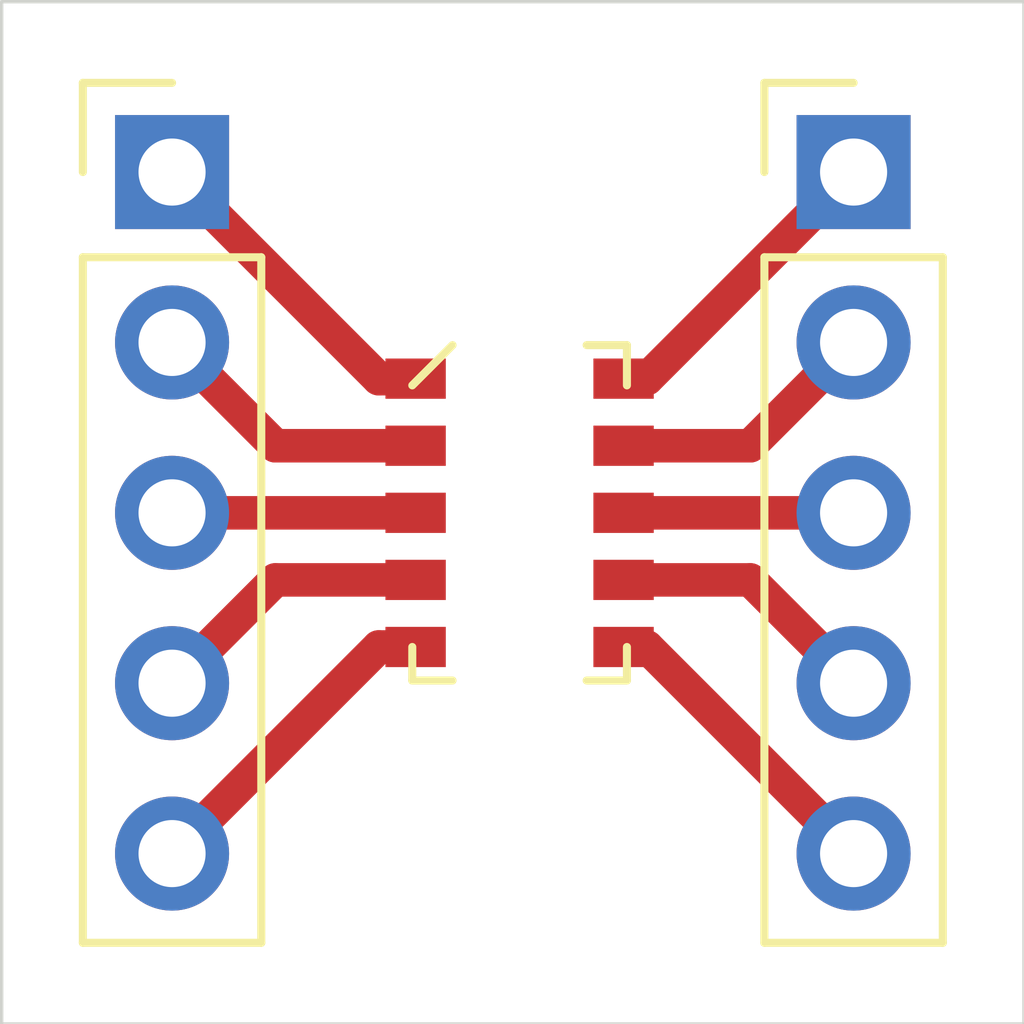
<source format=kicad_pcb>
(kicad_pcb (version 20171130) (host pcbnew "(5.1.9)-1")

  (general
    (thickness 1.6)
    (drawings 4)
    (tracks 18)
    (zones 0)
    (modules 3)
    (nets 1)
  )

  (page A4)
  (layers
    (0 F.Cu signal)
    (31 B.Cu signal)
    (32 B.Adhes user)
    (33 F.Adhes user)
    (34 B.Paste user)
    (35 F.Paste user)
    (36 B.SilkS user)
    (37 F.SilkS user)
    (38 B.Mask user)
    (39 F.Mask user)
    (40 Dwgs.User user)
    (41 Cmts.User user hide)
    (42 Eco1.User user)
    (43 Eco2.User user)
    (44 Edge.Cuts user)
    (45 Margin user)
    (46 B.CrtYd user)
    (47 F.CrtYd user)
    (48 B.Fab user)
    (49 F.Fab user hide)
  )

  (setup
    (last_trace_width 0.5)
    (user_trace_width 0.5)
    (user_trace_width 1)
    (trace_clearance 0.2)
    (zone_clearance 0.508)
    (zone_45_only no)
    (trace_min 0.2)
    (via_size 0.8)
    (via_drill 0.4)
    (via_min_size 0.4)
    (via_min_drill 0.3)
    (uvia_size 0.3)
    (uvia_drill 0.1)
    (uvias_allowed no)
    (uvia_min_size 0.2)
    (uvia_min_drill 0.1)
    (edge_width 0.05)
    (segment_width 0.2)
    (pcb_text_width 0.3)
    (pcb_text_size 1.5 1.5)
    (mod_edge_width 0.12)
    (mod_text_size 1 1)
    (mod_text_width 0.15)
    (pad_size 1.524 1.524)
    (pad_drill 0.762)
    (pad_to_mask_clearance 0)
    (aux_axis_origin 0 0)
    (visible_elements FFFFFF7F)
    (pcbplotparams
      (layerselection 0x010fc_ffffffff)
      (usegerberextensions false)
      (usegerberattributes true)
      (usegerberadvancedattributes true)
      (creategerberjobfile true)
      (excludeedgelayer true)
      (linewidth 0.100000)
      (plotframeref false)
      (viasonmask false)
      (mode 1)
      (useauxorigin false)
      (hpglpennumber 1)
      (hpglpenspeed 20)
      (hpglpendiameter 15.000000)
      (psnegative false)
      (psa4output false)
      (plotreference true)
      (plotvalue true)
      (plotinvisibletext false)
      (padsonsilk false)
      (subtractmaskfromsilk false)
      (outputformat 1)
      (mirror false)
      (drillshape 0)
      (scaleselection 1)
      (outputdirectory "plots"))
  )

  (net 0 "")

  (net_class Default "This is the default net class."
    (clearance 0.2)
    (trace_width 0.25)
    (via_dia 0.8)
    (via_drill 0.4)
    (uvia_dia 0.3)
    (uvia_drill 0.1)
  )

  (module prints:RTC_SMD_MicroCrystal_C2_3.2x5.0mm (layer F.Cu) (tedit 6135C802) (tstamp 61364888)
    (at 116.941 93.98)
    (descr "MicroCrystal C2 3.2x5.0mm, https://www.microcrystal.com/fileadmin/Media/Products/RTC/Datasheet/RV-8564-C2.pdf")
    (tags "RTC C3")
    (attr smd)
    (fp_text reference REF** (at 0 -3.25) (layer Cmts.User)
      (effects (font (size 1 1) (thickness 0.15)))
    )
    (fp_text value RTC_SMD_MicroCrystal_C2_3.2x5.0mm (at 0 3.75) (layer F.Fab)
      (effects (font (size 1 1) (thickness 0.15)))
    )
    (fp_text user %R (at 0 0) (layer F.Fab)
      (effects (font (size 0.5 0.5) (thickness 0.08)))
    )
    (fp_line (start -1.6 -1.9) (end -1 -2.5) (layer F.Fab) (width 0.1))
    (fp_line (start -1.6 2.5) (end 1.6 2.5) (layer F.Fab) (width 0.1))
    (fp_line (start -1.6 -1.9) (end -1.6 2.5) (layer F.Fab) (width 0.1))
    (fp_line (start 1.6 -2.5) (end 1.6 2.5) (layer F.Fab) (width 0.1))
    (fp_line (start -1 -2.5) (end 1.6 -2.5) (layer F.Fab) (width 0.1))
    (fp_line (start 1.6 -1.9) (end 1.6 -2.5) (layer F.SilkS) (width 0.12))
    (fp_line (start 1.6 -2.5) (end 1 -2.5) (layer F.SilkS) (width 0.12))
    (fp_line (start -1 -2.5) (end -1.6 -1.9) (layer F.SilkS) (width 0.12))
    (fp_line (start -1 2.5) (end -1.6 2.5) (layer F.SilkS) (width 0.12))
    (fp_line (start -1.6 2.5) (end -1.6 2) (layer F.SilkS) (width 0.12))
    (fp_line (start 1.6 2.5) (end 1 2.5) (layer F.SilkS) (width 0.12))
    (fp_line (start 1.6 2.5) (end 1.6 2) (layer F.SilkS) (width 0.12))
    (pad 10 smd rect (at 1.55 -2) (size 0.9 0.6) (layers F.Cu F.Paste F.Mask))
    (pad 9 smd rect (at 1.55 -1) (size 0.9 0.6) (layers F.Cu F.Paste F.Mask))
    (pad 8 smd rect (at 1.55 0) (size 0.9 0.6) (layers F.Cu F.Paste F.Mask))
    (pad 7 smd rect (at 1.55 1) (size 0.9 0.6) (layers F.Cu F.Paste F.Mask))
    (pad 6 smd rect (at 1.55 2) (size 0.9 0.6) (layers F.Cu F.Paste F.Mask))
    (pad 5 smd rect (at -1.55 2) (size 0.9 0.6) (layers F.Cu F.Paste F.Mask))
    (pad 4 smd rect (at -1.55 1) (size 0.9 0.6) (layers F.Cu F.Paste F.Mask))
    (pad 3 smd rect (at -1.55 0) (size 0.9 0.6) (layers F.Cu F.Paste F.Mask))
    (pad 2 smd rect (at -1.55 -1) (size 0.9 0.6) (layers F.Cu F.Paste F.Mask))
    (pad 1 smd rect (at -1.55 -2) (size 0.9 0.6) (layers F.Cu F.Paste F.Mask))
    (model ${KISYS3DMOD}/Package_SON.3dshapes/RTC_SMD_MicroCrystal_C3_2.5x3.7mm.wrl
      (at (xyz 0 0 0))
      (scale (xyz 1 1 1))
      (rotate (xyz 0 0 0))
    )
  )

  (module Connector_PinHeader_2.54mm:PinHeader_1x05_P2.54mm_Vertical (layer F.Cu) (tedit 59FED5CC) (tstamp 613646D8)
    (at 121.92 88.9)
    (descr "Through hole straight pin header, 1x05, 2.54mm pitch, single row")
    (tags "Through hole pin header THT 1x05 2.54mm single row")
    (fp_text reference REF** (at 0 -2.33) (layer Cmts.User)
      (effects (font (size 1 1) (thickness 0.15)))
    )
    (fp_text value PinHeader_1x05_P2.54mm_Vertical (at 0 12.49) (layer F.Fab)
      (effects (font (size 1 1) (thickness 0.15)))
    )
    (fp_line (start -0.635 -1.27) (end 1.27 -1.27) (layer F.Fab) (width 0.1))
    (fp_line (start 1.27 -1.27) (end 1.27 11.43) (layer F.Fab) (width 0.1))
    (fp_line (start 1.27 11.43) (end -1.27 11.43) (layer F.Fab) (width 0.1))
    (fp_line (start -1.27 11.43) (end -1.27 -0.635) (layer F.Fab) (width 0.1))
    (fp_line (start -1.27 -0.635) (end -0.635 -1.27) (layer F.Fab) (width 0.1))
    (fp_line (start -1.33 11.49) (end 1.33 11.49) (layer F.SilkS) (width 0.12))
    (fp_line (start -1.33 1.27) (end -1.33 11.49) (layer F.SilkS) (width 0.12))
    (fp_line (start 1.33 1.27) (end 1.33 11.49) (layer F.SilkS) (width 0.12))
    (fp_line (start -1.33 1.27) (end 1.33 1.27) (layer F.SilkS) (width 0.12))
    (fp_line (start -1.33 0) (end -1.33 -1.33) (layer F.SilkS) (width 0.12))
    (fp_line (start -1.33 -1.33) (end 0 -1.33) (layer F.SilkS) (width 0.12))
    (fp_line (start -1.8 -1.8) (end -1.8 11.95) (layer F.CrtYd) (width 0.05))
    (fp_line (start -1.8 11.95) (end 1.8 11.95) (layer F.CrtYd) (width 0.05))
    (fp_line (start 1.8 11.95) (end 1.8 -1.8) (layer F.CrtYd) (width 0.05))
    (fp_line (start 1.8 -1.8) (end -1.8 -1.8) (layer F.CrtYd) (width 0.05))
    (fp_text user %R (at 0 5.08 90) (layer F.Fab)
      (effects (font (size 1 1) (thickness 0.15)))
    )
    (pad 1 thru_hole rect (at 0 0) (size 1.7 1.7) (drill 1) (layers *.Cu *.Mask))
    (pad 2 thru_hole oval (at 0 2.54) (size 1.7 1.7) (drill 1) (layers *.Cu *.Mask))
    (pad 3 thru_hole oval (at 0 5.08) (size 1.7 1.7) (drill 1) (layers *.Cu *.Mask))
    (pad 4 thru_hole oval (at 0 7.62) (size 1.7 1.7) (drill 1) (layers *.Cu *.Mask))
    (pad 5 thru_hole oval (at 0 10.16) (size 1.7 1.7) (drill 1) (layers *.Cu *.Mask))
    (model ${KISYS3DMOD}/Connector_PinHeader_2.54mm.3dshapes/PinHeader_1x05_P2.54mm_Vertical.wrl
      (at (xyz 0 0 0))
      (scale (xyz 1 1 1))
      (rotate (xyz 0 0 0))
    )
  )

  (module Connector_PinHeader_2.54mm:PinHeader_1x05_P2.54mm_Vertical (layer F.Cu) (tedit 59FED5CC) (tstamp 6136468C)
    (at 111.76 88.9)
    (descr "Through hole straight pin header, 1x05, 2.54mm pitch, single row")
    (tags "Through hole pin header THT 1x05 2.54mm single row")
    (fp_text reference REF** (at 0 -2.33) (layer Cmts.User)
      (effects (font (size 1 1) (thickness 0.15)))
    )
    (fp_text value PinHeader_1x05_P2.54mm_Vertical (at 0 12.49) (layer F.Fab)
      (effects (font (size 1 1) (thickness 0.15)))
    )
    (fp_text user %R (at 0 5.08 90) (layer F.Fab)
      (effects (font (size 1 1) (thickness 0.15)))
    )
    (fp_line (start -0.635 -1.27) (end 1.27 -1.27) (layer F.Fab) (width 0.1))
    (fp_line (start 1.27 -1.27) (end 1.27 11.43) (layer F.Fab) (width 0.1))
    (fp_line (start 1.27 11.43) (end -1.27 11.43) (layer F.Fab) (width 0.1))
    (fp_line (start -1.27 11.43) (end -1.27 -0.635) (layer F.Fab) (width 0.1))
    (fp_line (start -1.27 -0.635) (end -0.635 -1.27) (layer F.Fab) (width 0.1))
    (fp_line (start -1.33 11.49) (end 1.33 11.49) (layer F.SilkS) (width 0.12))
    (fp_line (start -1.33 1.27) (end -1.33 11.49) (layer F.SilkS) (width 0.12))
    (fp_line (start 1.33 1.27) (end 1.33 11.49) (layer F.SilkS) (width 0.12))
    (fp_line (start -1.33 1.27) (end 1.33 1.27) (layer F.SilkS) (width 0.12))
    (fp_line (start -1.33 0) (end -1.33 -1.33) (layer F.SilkS) (width 0.12))
    (fp_line (start -1.33 -1.33) (end 0 -1.33) (layer F.SilkS) (width 0.12))
    (fp_line (start -1.8 -1.8) (end -1.8 11.95) (layer F.CrtYd) (width 0.05))
    (fp_line (start -1.8 11.95) (end 1.8 11.95) (layer F.CrtYd) (width 0.05))
    (fp_line (start 1.8 11.95) (end 1.8 -1.8) (layer F.CrtYd) (width 0.05))
    (fp_line (start 1.8 -1.8) (end -1.8 -1.8) (layer F.CrtYd) (width 0.05))
    (pad 5 thru_hole oval (at 0 10.16) (size 1.7 1.7) (drill 1) (layers *.Cu *.Mask))
    (pad 4 thru_hole oval (at 0 7.62) (size 1.7 1.7) (drill 1) (layers *.Cu *.Mask))
    (pad 3 thru_hole oval (at 0 5.08) (size 1.7 1.7) (drill 1) (layers *.Cu *.Mask))
    (pad 2 thru_hole oval (at 0 2.54) (size 1.7 1.7) (drill 1) (layers *.Cu *.Mask))
    (pad 1 thru_hole rect (at 0 0) (size 1.7 1.7) (drill 1) (layers *.Cu *.Mask))
    (model ${KISYS3DMOD}/Connector_PinHeader_2.54mm.3dshapes/PinHeader_1x05_P2.54mm_Vertical.wrl
      (at (xyz 0 0 0))
      (scale (xyz 1 1 1))
      (rotate (xyz 0 0 0))
    )
  )

  (gr_line (start 124.46 86.36) (end 109.22 86.36) (layer Edge.Cuts) (width 0.05) (tstamp 613648F3))
  (gr_line (start 124.46 101.6) (end 124.46 86.36) (layer Edge.Cuts) (width 0.05))
  (gr_line (start 109.22 101.6) (end 124.46 101.6) (layer Edge.Cuts) (width 0.05))
  (gr_line (start 109.22 86.36) (end 109.22 101.6) (layer Edge.Cuts) (width 0.05))

  (segment (start 118.491 93.98) (end 121.92 93.98) (width 0.5) (layer F.Cu) (net 0))
  (segment (start 120.38 92.98) (end 121.92 91.44) (width 0.5) (layer F.Cu) (net 0))
  (segment (start 118.491 92.98) (end 120.38 92.98) (width 0.5) (layer F.Cu) (net 0))
  (segment (start 118.84 91.98) (end 121.92 88.9) (width 0.5) (layer F.Cu) (net 0))
  (segment (start 118.491 91.98) (end 118.84 91.98) (width 0.5) (layer F.Cu) (net 0))
  (segment (start 120.38 94.98) (end 121.92 96.52) (width 0.5) (layer F.Cu) (net 0))
  (segment (start 118.491 94.98) (end 120.38 94.98) (width 0.5) (layer F.Cu) (net 0))
  (segment (start 118.84 95.98) (end 121.92 99.06) (width 0.5) (layer F.Cu) (net 0))
  (segment (start 118.491 95.98) (end 118.84 95.98) (width 0.5) (layer F.Cu) (net 0))
  (segment (start 114.84 95.98) (end 111.76 99.06) (width 0.5) (layer F.Cu) (net 0))
  (segment (start 115.391 95.98) (end 114.84 95.98) (width 0.5) (layer F.Cu) (net 0))
  (segment (start 113.3 94.98) (end 111.76 96.52) (width 0.5) (layer F.Cu) (net 0))
  (segment (start 115.391 94.98) (end 113.3 94.98) (width 0.5) (layer F.Cu) (net 0))
  (segment (start 115.391 93.98) (end 111.76 93.98) (width 0.5) (layer F.Cu) (net 0))
  (segment (start 113.3 92.98) (end 111.76 91.44) (width 0.5) (layer F.Cu) (net 0))
  (segment (start 115.391 92.98) (end 113.3 92.98) (width 0.5) (layer F.Cu) (net 0))
  (segment (start 114.84 91.98) (end 111.76 88.9) (width 0.5) (layer F.Cu) (net 0))
  (segment (start 115.391 91.98) (end 114.84 91.98) (width 0.5) (layer F.Cu) (net 0))

)

</source>
